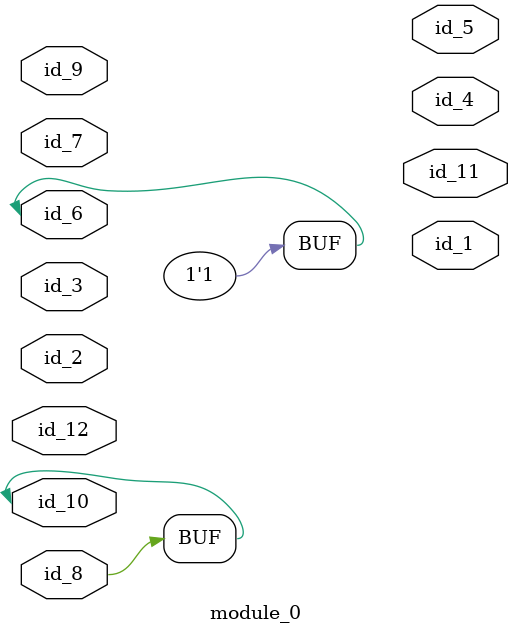
<source format=v>
module module_0 (
    id_1,
    id_2,
    id_3,
    id_4,
    id_5,
    id_6,
    id_7,
    id_8,
    id_9,
    id_10,
    id_11,
    id_12
);
  inout id_12;
  output id_11;
  inout id_10;
  input id_9;
  input id_8;
  input id_7;
  inout id_6;
  output id_5;
  output id_4;
  inout id_3;
  inout id_2;
  output id_1;
  assign id_6  = 1;
  assign id_10 = id_8;
endmodule

</source>
